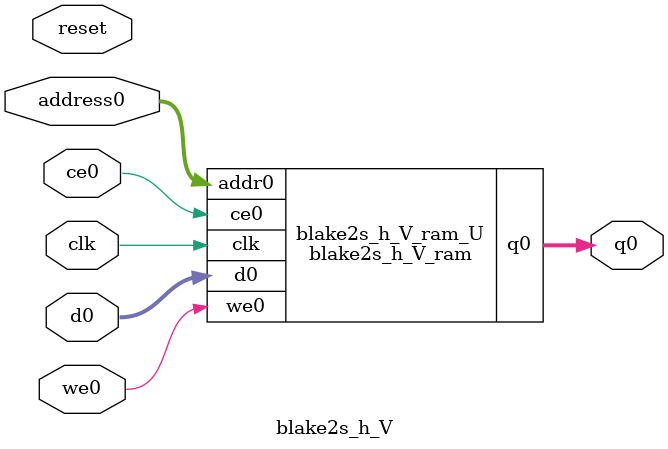
<source format=v>
`timescale 1 ns / 1 ps
module blake2s_h_V_ram (addr0, ce0, d0, we0, q0,  clk);

parameter DWIDTH = 32;
parameter AWIDTH = 3;
parameter MEM_SIZE = 8;

input[AWIDTH-1:0] addr0;
input ce0;
input[DWIDTH-1:0] d0;
input we0;
output reg[DWIDTH-1:0] q0;
input clk;

(* ram_style = "distributed" *)reg [DWIDTH-1:0] ram[0:MEM_SIZE-1];




always @(posedge clk)  
begin 
    if (ce0) begin
        if (we0) 
            ram[addr0] <= d0; 
        q0 <= ram[addr0];
    end
end


endmodule

`timescale 1 ns / 1 ps
module blake2s_h_V(
    reset,
    clk,
    address0,
    ce0,
    we0,
    d0,
    q0);

parameter DataWidth = 32'd32;
parameter AddressRange = 32'd8;
parameter AddressWidth = 32'd3;
input reset;
input clk;
input[AddressWidth - 1:0] address0;
input ce0;
input we0;
input[DataWidth - 1:0] d0;
output[DataWidth - 1:0] q0;



blake2s_h_V_ram blake2s_h_V_ram_U(
    .clk( clk ),
    .addr0( address0 ),
    .ce0( ce0 ),
    .we0( we0 ),
    .d0( d0 ),
    .q0( q0 ));

endmodule


</source>
